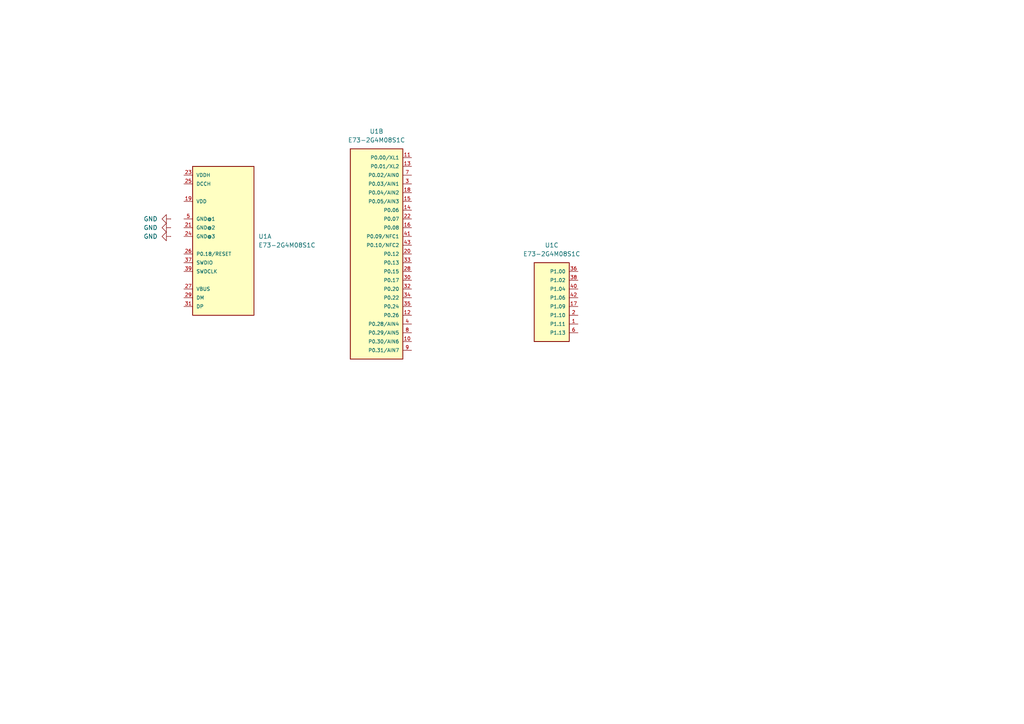
<source format=kicad_sch>
(kicad_sch (version 20231120) (generator "eeschema") (generator_version "8.0")
  (paper "A4")
  (lib_symbols
    (symbol "MyLib:E73-2G4M08S1C" (pin_names (offset 1.016))
      (property "Reference" "U" (at -15.24 20.32 0))
      (property "Value" "E73-2G4M08S1C" (at -15.24 -25.4 0))
      (symbol "E73-2G4M08S1C_1_0"
        (rectangle (start -15.24 -22.86) (end 2.54 20.32) (stroke (width 0.254)) (fill (type background)))
        (pin bidirectional line (at -17.78 10.16 0) (length 2.54) (name "VDD") (number "19"))
        (pin bidirectional line (at -17.78 2.54 0) (length 2.54) (name "GND@2") (number "21"))
        (pin bidirectional line (at -17.78 17.78 0) (length 2.54) (name "VDDH") (number "23"))
        (pin bidirectional line (at -17.78 0 0) (length 2.54) (name "GND@3") (number "24"))
        (pin bidirectional line (at -17.78 15.24 0) (length 2.54) (name "DCCH") (number "25"))
        (pin bidirectional line (at -17.78 -5.08 0) (length 2.54) (name "P0.18/RESET") (number "26"))
        (pin bidirectional line (at -17.78 -15.24 0) (length 2.54) (name "VBUS") (number "27"))
        (pin bidirectional line (at -17.78 -17.78 0) (length 2.54) (name "DM") (number "29"))
        (pin bidirectional line (at -17.78 -20.32 0) (length 2.54) (name "DP") (number "31"))
        (pin bidirectional line (at -17.78 -7.62 0) (length 2.54) (name "SWDIO") (number "37"))
        (pin bidirectional line (at -17.78 -10.16 0) (length 2.54) (name "SWDCLK") (number "39"))
        (pin bidirectional line (at -17.78 5.08 0) (length 2.54) (name "GND@1") (number "5"))
      )
      (symbol "E73-2G4M08S1C_2_0"
        (rectangle (start -5.08 -30.48) (end 10.16 30.48) (stroke (width 0.254)) (fill (type background)))
        (pin bidirectional line (at 12.7 -25.4 180) (length 2.54) (name "P0.30/AIN6") (number "10"))
        (pin bidirectional line (at 12.7 27.94 180) (length 2.54) (name "P0.00/XL1") (number "11"))
        (pin bidirectional line (at 12.7 -17.78 180) (length 2.54) (name "P0.26") (number "12"))
        (pin bidirectional line (at 12.7 25.4 180) (length 2.54) (name "P0.01/XL2") (number "13"))
        (pin bidirectional line (at 12.7 12.7 180) (length 2.54) (name "P0.06") (number "14"))
        (pin bidirectional line (at 12.7 15.24 180) (length 2.54) (name "P0.05/AIN3") (number "15"))
        (pin bidirectional line (at 12.7 7.62 180) (length 2.54) (name "P0.08") (number "16"))
        (pin bidirectional line (at 12.7 17.78 180) (length 2.54) (name "P0.04/AIN2") (number "18"))
        (pin bidirectional line (at 12.7 0 180) (length 2.54) (name "P0.12") (number "20"))
        (pin bidirectional line (at 12.7 10.16 180) (length 2.54) (name "P0.07") (number "22"))
        (pin bidirectional line (at 12.7 -5.08 180) (length 2.54) (name "P0.15") (number "28"))
        (pin bidirectional line (at 12.7 20.32 180) (length 2.54) (name "P0.03/AIN1") (number "3"))
        (pin bidirectional line (at 12.7 -7.62 180) (length 2.54) (name "P0.17") (number "30"))
        (pin bidirectional line (at 12.7 -10.16 180) (length 2.54) (name "P0.20") (number "32"))
        (pin bidirectional line (at 12.7 -2.54 180) (length 2.54) (name "P0.13") (number "33"))
        (pin bidirectional line (at 12.7 -12.7 180) (length 2.54) (name "P0.22") (number "34"))
        (pin bidirectional line (at 12.7 -15.24 180) (length 2.54) (name "P0.24") (number "35"))
        (pin bidirectional line (at 12.7 -20.32 180) (length 2.54) (name "P0.28/AIN4") (number "4"))
        (pin bidirectional line (at 12.7 5.08 180) (length 2.54) (name "P0.09/NFC1") (number "41"))
        (pin bidirectional line (at 12.7 2.54 180) (length 2.54) (name "P0.10/NFC2") (number "43"))
        (pin bidirectional line (at 12.7 22.86 180) (length 2.54) (name "P0.02/AIN0") (number "7"))
        (pin bidirectional line (at 12.7 -22.86 180) (length 2.54) (name "P0.29/AIN5") (number "8"))
        (pin bidirectional line (at 12.7 -27.94 180) (length 2.54) (name "P0.31/AIN7") (number "9"))
      )
      (symbol "E73-2G4M08S1C_3_0"
        (rectangle (start -2.54 -12.7) (end 7.62 10.16) (stroke (width 0.254)) (fill (type background)))
        (pin bidirectional line (at 10.16 -7.62 180) (length 2.54) (name "P1.11") (number "1"))
        (pin bidirectional line (at 10.16 -2.54 180) (length 2.54) (name "P1.09") (number "17"))
        (pin bidirectional line (at 10.16 -5.08 180) (length 2.54) (name "P1.10") (number "2"))
        (pin bidirectional line (at 10.16 7.62 180) (length 2.54) (name "P1.00") (number "36"))
        (pin bidirectional line (at 10.16 5.08 180) (length 2.54) (name "P1.02") (number "38"))
        (pin bidirectional line (at 10.16 2.54 180) (length 2.54) (name "P1.04") (number "40"))
        (pin bidirectional line (at 10.16 0 180) (length 2.54) (name "P1.06") (number "42"))
        (pin bidirectional line (at 10.16 -10.16 180) (length 2.54) (name "P1.13") (number "6"))
      )
    )
    (symbol "power:GND" (power) (pin_numbers hide) (pin_names (offset 0) hide)
      (property "Value" "GND" (at 0 -3.81 0))
      (symbol "GND_0_1"
        (polyline (pts (xy 0 0) (xy 0 -1.27) (xy 1.27 -1.27) (xy 0 -2.54) (xy -1.27 -1.27) (xy 0 -1.27)))
      )
      (symbol "GND_1_1"
        (pin power_in line (at 0 0 270) (length 0) (name "~") (number "1"))
      )
    )
  )
  (symbol (lib_id "power:GND") (at 49.53 63.5 270) (unit 1)
    (property "Reference" "#PWR1" (effects (hide yes)))
    (property "Value" "GND" (at 45.72 63.4999 90) (effects (justify right)))
    (property "Description" "Power symbol creates a global label with name \"GND\" , ground" (effects (hide yes)))
  )
  (symbol (lib_id "MyLib:E73-2G4M08S1C") (at 71.12 68.58 0) (unit 1)
    (property "Reference" "U1" (at 74.93 68.5799 0) (effects (justify left)))
    (property "Value" "E73-2G4M08S1C" (at 74.93 71.1199 0) (effects (justify left)))
    (property "Footprint" "MyLib:E73-2G4M08S1C" (effects (hide yes)))
    (property "MF" "EBYTE" (effects (hide yes)))
    (property "Description_1" "\n                        \n                            nRF52840 2.4GHZ SMD Wireless Module\n                        \n" (effects (hide yes)))
    (property "Package" "Package" (effects (hide yes)))
    (property "Price" "None" (effects (hide yes)))
    (property "SnapEDA_Link" "https://www.snapeda.com/parts/E73-2G4M08S1C/EBYTE/view-part/?ref=snap" (effects (hide yes)))
    (property "MP" "E73-2G4M08S1C" (effects (hide yes)))
    (property "Availability" "Not in stock" (effects (hide yes)))
    (property "Check_prices" "https://www.snapeda.com/parts/E73-2G4M08S1C/EBYTE/view-part/?ref=eda" (effects (hide yes)))
  )
  (symbol (lib_id "MyLib:E73-2G4M08S1C") (at 106.68 73.66 0) (unit 2)
    (property "Reference" "U1" (at 109.22 38.1 0))
    (property "Value" "E73-2G4M08S1C" (at 109.22 40.64 0))
    (property "Footprint" "MyLib:E73-2G4M08S1C" (effects (hide yes)))
    (property "MF" "EBYTE" (effects (hide yes)))
    (property "Description_1" "\n                        \n                            nRF52840 2.4GHZ SMD Wireless Module\n                        \n" (effects (hide yes)))
    (property "Package" "Package" (effects (hide yes)))
    (property "Price" "None" (effects (hide yes)))
    (property "SnapEDA_Link" "https://www.snapeda.com/parts/E73-2G4M08S1C/EBYTE/view-part/?ref=snap" (effects (hide yes)))
    (property "MP" "E73-2G4M08S1C" (effects (hide yes)))
    (property "Availability" "Not in stock" (effects (hide yes)))
    (property "Check_prices" "https://www.snapeda.com/parts/E73-2G4M08S1C/EBYTE/view-part/?ref=eda" (effects (hide yes)))
  )
  (symbol (lib_id "MyLib:E73-2G4M08S1C") (at 157.48 86.36 0) (unit 3)
    (property "Reference" "U1" (at 160.02 71.12 0))
    (property "Value" "E73-2G4M08S1C" (at 160.02 73.66 0))
    (property "Footprint" "MyLib:E73-2G4M08S1C" (effects (hide yes)))
    (property "MF" "EBYTE" (effects (hide yes)))
    (property "Description_1" "\n                        \n                            nRF52840 2.4GHZ SMD Wireless Module\n                        \n" (effects (hide yes)))
    (property "Package" "Package" (effects (hide yes)))
    (property "Price" "None" (effects (hide yes)))
    (property "SnapEDA_Link" "https://www.snapeda.com/parts/E73-2G4M08S1C/EBYTE/view-part/?ref=snap" (effects (hide yes)))
    (property "MP" "E73-2G4M08S1C" (effects (hide yes)))
    (property "Availability" "Not in stock" (effects (hide yes)))
    (property "Check_prices" "https://www.snapeda.com/parts/E73-2G4M08S1C/EBYTE/view-part/?ref=eda" (effects (hide yes)))
  )
  (symbol (lib_id "power:GND") (at 49.53 68.58 270) (unit 1)
    (property "Reference" "#PWR3" (effects (hide yes)))
    (property "Value" "GND" (at 45.72 68.5799 90) (effects (justify right)))
    (property "Description" "Power symbol creates a global label with name \"GND\" , ground" (effects (hide yes)))
  )
  (symbol (lib_id "power:GND") (at 49.53 66.04 270) (unit 1)
    (property "Reference" "#PWR2" (effects (hide yes)))
    (property "Value" "GND" (at 45.72 66.0399 90) (effects (justify right)))
    (property "Description" "Power symbol creates a global label with name \"GND\" , ground" (effects (hide yes)))
  )
)
</source>
